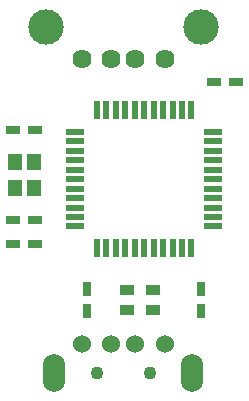
<source format=gbs>
G04 #@! TF.FileFunction,Soldermask,Bot*
%FSLAX46Y46*%
G04 Gerber Fmt 4.6, Leading zero omitted, Abs format (unit mm)*
G04 Created by KiCad (PCBNEW (2014-12-10 BZR 5319)-product) date 2015年02月02日 11時42分02秒*
%MOMM*%
G01*
G04 APERTURE LIST*
%ADD10C,0.100000*%
%ADD11R,0.750000X1.200000*%
%ADD12R,1.200000X0.750000*%
%ADD13C,1.524000*%
%ADD14C,1.100000*%
%ADD15O,1.900000X3.200000*%
%ADD16R,1.200000X0.900000*%
%ADD17R,0.560000X1.600000*%
%ADD18R,1.600000X0.560000*%
%ADD19R,1.200000X1.400000*%
%ADD20C,1.620000*%
%ADD21C,3.000000*%
G04 APERTURE END LIST*
D10*
D11*
X18034000Y-26926500D03*
X18034000Y-28826500D03*
X8382000Y-26926500D03*
X8382000Y-28826500D03*
D12*
X3998000Y-23114000D03*
X2098000Y-23114000D03*
X3998000Y-21082000D03*
X2098000Y-21082000D03*
X3998000Y-13462000D03*
X2098000Y-13462000D03*
X21016000Y-9398000D03*
X19116000Y-9398000D03*
D13*
X12430000Y-31623000D03*
X10430000Y-31623000D03*
X7930000Y-31623000D03*
X14930000Y-31623000D03*
D14*
X9180000Y-34023000D03*
X13680000Y-34023000D03*
D15*
X5580000Y-34023000D03*
X17280000Y-34023000D03*
D16*
X13927000Y-27051000D03*
X11727000Y-27051000D03*
X11727000Y-28702000D03*
X13927000Y-28702000D03*
D17*
X17208000Y-23503000D03*
X16408000Y-23503000D03*
X15608000Y-23503000D03*
X14808000Y-23503000D03*
X14008000Y-23503000D03*
X13208000Y-23503000D03*
X12408000Y-23503000D03*
X11608000Y-23503000D03*
X10808000Y-23503000D03*
X10008000Y-23503000D03*
X9208000Y-23503000D03*
D18*
X7358000Y-21653000D03*
X7358000Y-20853000D03*
X7358000Y-20053000D03*
X7358000Y-19253000D03*
X7358000Y-18453000D03*
X7358000Y-17653000D03*
X7358000Y-16853000D03*
X7358000Y-16053000D03*
X7358000Y-15253000D03*
X7358000Y-14453000D03*
X7358000Y-13653000D03*
D17*
X9208000Y-11803000D03*
X10008000Y-11803000D03*
X10808000Y-11803000D03*
X11608000Y-11803000D03*
X12408000Y-11803000D03*
X13208000Y-11803000D03*
X14008000Y-11803000D03*
X14808000Y-11803000D03*
X15608000Y-11803000D03*
X16408000Y-11803000D03*
X17208000Y-11803000D03*
D18*
X19058000Y-13653000D03*
X19058000Y-14453000D03*
X19058000Y-15253000D03*
X19058000Y-16053000D03*
X19058000Y-16853000D03*
X19058000Y-17653000D03*
X19058000Y-18453000D03*
X19058000Y-19253000D03*
X19058000Y-20053000D03*
X19058000Y-20853000D03*
X19058000Y-21653000D03*
D19*
X2248000Y-18372000D03*
X2248000Y-16172000D03*
X3848000Y-18372000D03*
X3848000Y-16172000D03*
D20*
X7930000Y-7493000D03*
X10430000Y-7493000D03*
X12430000Y-7493000D03*
X14930000Y-7493000D03*
D21*
X4860000Y-4783000D03*
X18000000Y-4783000D03*
M02*

</source>
